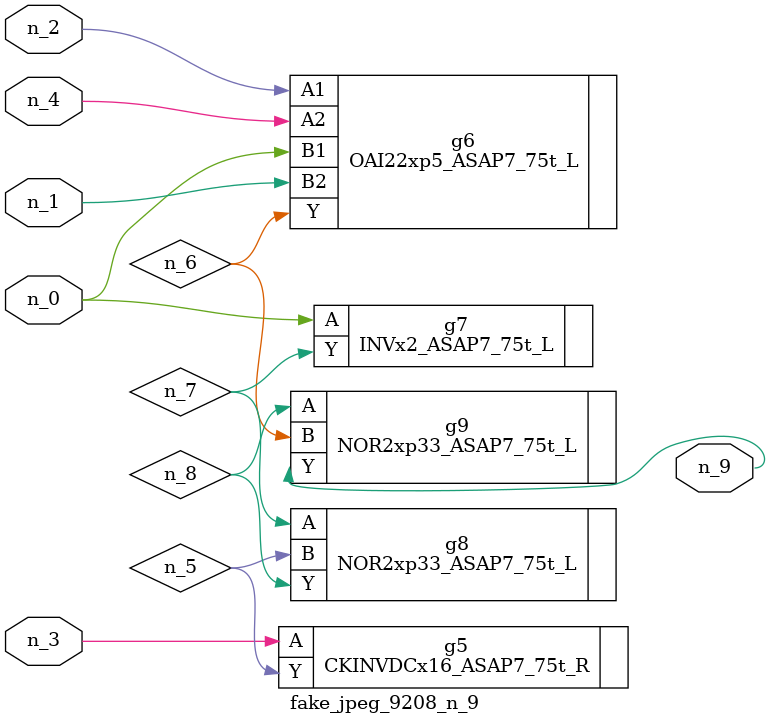
<source format=v>
module fake_jpeg_9208_n_9 (n_3, n_2, n_1, n_0, n_4, n_9);

input n_3;
input n_2;
input n_1;
input n_0;
input n_4;

output n_9;

wire n_8;
wire n_6;
wire n_5;
wire n_7;

CKINVDCx16_ASAP7_75t_R g5 ( 
.A(n_3),
.Y(n_5)
);

OAI22xp5_ASAP7_75t_L g6 ( 
.A1(n_2),
.A2(n_4),
.B1(n_0),
.B2(n_1),
.Y(n_6)
);

INVx2_ASAP7_75t_L g7 ( 
.A(n_0),
.Y(n_7)
);

NOR2xp33_ASAP7_75t_L g8 ( 
.A(n_7),
.B(n_5),
.Y(n_8)
);

NOR2xp33_ASAP7_75t_L g9 ( 
.A(n_8),
.B(n_6),
.Y(n_9)
);


endmodule
</source>
